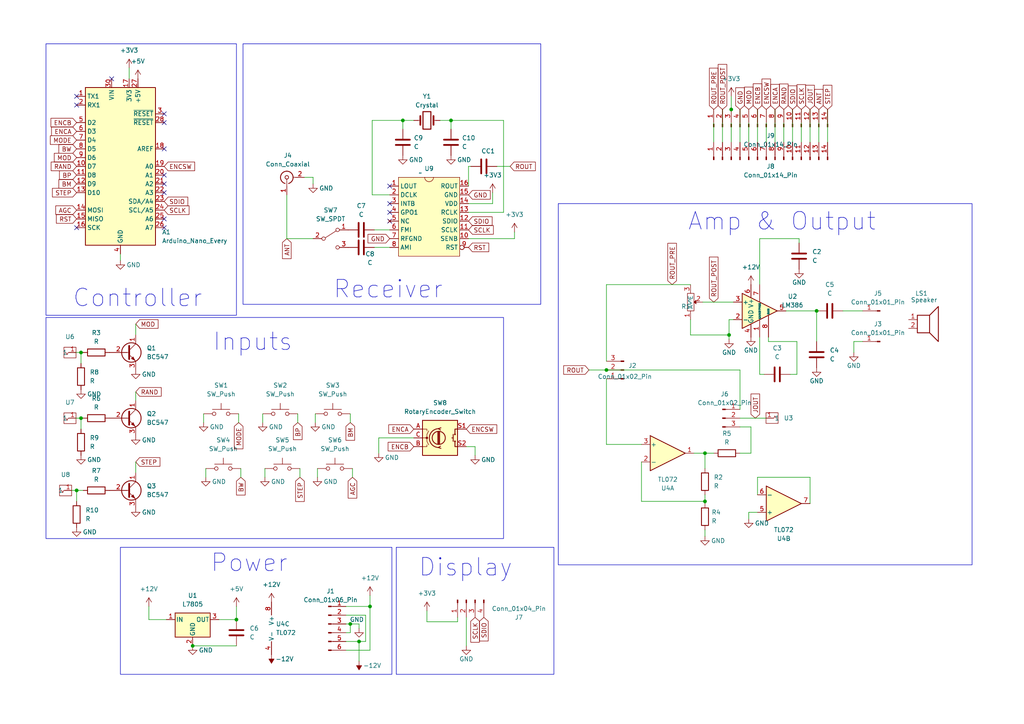
<source format=kicad_sch>
(kicad_sch (version 20230121) (generator eeschema)
  (paper "A4")
  (lib_symbols
    (symbol "Amplifier_Audio:LM386" (pin_names (offset 0.127))
      (property "Reference" "U" (at 1.27 7.62 0))
      (property "Value" "LM386" (at 1.27 5.08 0))
      (symbol "LM386_1_1"
        (pin input line (at 0 -7.62 90) (length 5.08) (name "GAIN") (number "1"))
        (pin input line (at -7.62 -2.54 0) (length 2.54) (name "-") (number "2"))
        (pin input line (at -7.62 2.54 0) (length 2.54) (name "+") (number "3"))
        (pin power_in line (at -2.54 -7.62 90) (length 3.81) (name "GND") (number "4"))
        (pin output line (at 7.62 0 180) (length 2.54) (name "~") (number "5"))
        (pin power_in line (at -2.54 7.62 270) (length 3.81) (name "V+") (number "6"))
        (pin input line (at 0 7.62 270) (length 5.08) (name "BYPASS") (number "7"))
        (pin input line (at 2.54 -7.62 90) (length 6.35) (name "GAIN") (number "8"))
      )
    )
    (symbol "Amplifier_Operational:TL072" (pin_names (offset 0.127))
      (property "Reference" "U" (at 0 5.08 0))
      (property "Value" "TL072" (at 0 -5.08 0))
      (symbol "TL072_1_1"
        (pin output line (at 7.62 0 180) (length 2.54) (name "~") (number "1"))
        (pin input line (at -7.62 -2.54 0) (length 2.54) (name "-") (number "2"))
        (pin input line (at -7.62 2.54 0) (length 2.54) (name "+") (number "3"))
      )
      (symbol "TL072_2_1"
        (pin input line (at -7.62 2.54 0) (length 2.54) (name "+") (number "5"))
        (pin input line (at -7.62 -2.54 0) (length 2.54) (name "-") (number "6"))
        (pin output line (at 7.62 0 180) (length 2.54) (name "~") (number "7"))
      )
      (symbol "TL072_3_1"
        (pin power_in line (at -2.54 -7.62 90) (length 3.81) (name "V-") (number "4"))
        (pin power_in line (at -2.54 7.62 270) (length 3.81) (name "V+") (number "8"))
      )
    )
    (symbol "Connector:Conn_01x01_Pin" (pin_names (offset 1.016) hide)
      (property "Reference" "J" (at 0 2.54 0))
      (property "Value" "Conn_01x01_Pin" (at 0 -2.54 0))
      (symbol "Conn_01x01_Pin_1_1"
        (pin passive line (at 5.08 0 180) (length 3.81) (name "Pin_1") (number "1"))
      )
    )
    (symbol "Connector:Conn_01x03_Pin" (pin_names (offset 1.016) hide)
      (property "Reference" "J" (at 0 5.08 0))
      (property "Value" "Conn_01x03_Pin" (at 0 -5.08 0))
      (symbol "Conn_01x03_Pin_1_1"
        (pin passive line (at 5.08 2.54 180) (length 3.81) (name "Pin_1") (number "1"))
        (pin passive line (at 5.08 0 180) (length 3.81) (name "Pin_2") (number "2"))
        (pin passive line (at 5.08 -2.54 180) (length 3.81) (name "Pin_3") (number "3"))
      )
    )
    (symbol "Connector:Conn_01x04_Pin" (pin_names (offset 1.016) hide)
      (property "Reference" "J" (at 0 5.08 0))
      (property "Value" "Conn_01x04_Pin" (at 0 -7.62 0))
      (symbol "Conn_01x04_Pin_1_1"
        (pin passive line (at 5.08 2.54 180) (length 3.81) (name "Pin_1") (number "1"))
        (pin passive line (at 5.08 0 180) (length 3.81) (name "Pin_2") (number "2"))
        (pin passive line (at 5.08 -2.54 180) (length 3.81) (name "Pin_3") (number "3"))
        (pin passive line (at 5.08 -5.08 180) (length 3.81) (name "Pin_4") (number "4"))
      )
    )
    (symbol "Connector:Conn_01x06_Pin" (pin_names (offset 1.016) hide)
      (property "Reference" "J" (at 0 7.62 0))
      (property "Value" "Conn_01x06_Pin" (at 0 -10.16 0))
      (symbol "Conn_01x06_Pin_1_1"
        (pin passive line (at 5.08 5.08 180) (length 3.81) (name "Pin_1") (number "1"))
        (pin passive line (at 5.08 2.54 180) (length 3.81) (name "Pin_2") (number "2"))
        (pin passive line (at 5.08 0 180) (length 3.81) (name "Pin_3") (number "3"))
        (pin passive line (at 5.08 -2.54 180) (length 3.81) (name "Pin_4") (number "4"))
        (pin passive line (at 5.08 -5.08 180) (length 3.81) (name "Pin_5") (number "5"))
        (pin passive line (at 5.08 -7.62 180) (length 3.81) (name "Pin_6") (number "6"))
      )
    )
    (symbol "Connector:Conn_01x14_Pin" (pin_names (offset 1.016) hide)
      (property "Reference" "J" (at 0 17.78 0))
      (property "Value" "Conn_01x14_Pin" (at 0 -20.32 0))
      (symbol "Conn_01x14_Pin_1_1"
        (pin passive line (at 5.08 15.24 180) (length 3.81) (name "Pin_1") (number "1"))
        (pin passive line (at 5.08 -7.62 180) (length 3.81) (name "Pin_10") (number "10"))
        (pin passive line (at 5.08 -10.16 180) (length 3.81) (name "Pin_11") (number "11"))
        (pin passive line (at 5.08 -12.7 180) (length 3.81) (name "Pin_12") (number "12"))
        (pin passive line (at 5.08 -15.24 180) (length 3.81) (name "Pin_13") (number "13"))
        (pin passive line (at 5.08 -17.78 180) (length 3.81) (name "Pin_14") (number "14"))
        (pin passive line (at 5.08 12.7 180) (length 3.81) (name "Pin_2") (number "2"))
        (pin passive line (at 5.08 10.16 180) (length 3.81) (name "Pin_3") (number "3"))
        (pin passive line (at 5.08 7.62 180) (length 3.81) (name "Pin_4") (number "4"))
        (pin passive line (at 5.08 5.08 180) (length 3.81) (name "Pin_5") (number "5"))
        (pin passive line (at 5.08 2.54 180) (length 3.81) (name "Pin_6") (number "6"))
        (pin passive line (at 5.08 0 180) (length 3.81) (name "Pin_7") (number "7"))
        (pin passive line (at 5.08 -2.54 180) (length 3.81) (name "Pin_8") (number "8"))
        (pin passive line (at 5.08 -5.08 180) (length 3.81) (name "Pin_9") (number "9"))
      )
    )
    (symbol "Connector:Conn_Coaxial" (pin_names (offset 1.016) hide)
      (property "Reference" "J" (at 0.254 3.048 0))
      (property "Value" "Conn_Coaxial" (at 2.921 0 90))
      (symbol "Conn_Coaxial_1_1"
        (pin passive line (at -5.08 0 0) (length 2.54) (name "In") (number "1"))
        (pin passive line (at 0 -5.08 90) (length 2.54) (name "Ext") (number "2"))
      )
    )
    (symbol "Device:C" (pin_numbers hide) (pin_names (offset 0.254))
      (property "Reference" "C" (at 0.635 2.54 0))
      (property "Value" "C" (at 0.635 -2.54 0))
      (symbol "C_1_1"
        (pin passive line (at 0 3.81 270) (length 2.794) (name "~") (number "1"))
        (pin passive line (at 0 -3.81 90) (length 2.794) (name "~") (number "2"))
      )
    )
    (symbol "Device:Crystal" (pin_numbers hide) (pin_names (offset 1.016) hide)
      (property "Reference" "Y" (at 0 3.81 0))
      (property "Value" "Crystal" (at 0 -3.81 0))
      (symbol "Crystal_1_1"
        (pin passive line (at -3.81 0 0) (length 1.27) (name "1") (number "1"))
        (pin passive line (at 3.81 0 180) (length 1.27) (name "2") (number "2"))
      )
    )
    (symbol "Device:R" (pin_numbers hide) (pin_names (offset 0))
      (property "Reference" "R" (at 2.032 0 90))
      (property "Value" "R" (at 0 0 90))
      (symbol "R_1_1"
        (pin passive line (at 0 3.81 270) (length 1.27) (name "~") (number "1"))
        (pin passive line (at 0 -3.81 90) (length 1.27) (name "~") (number "2"))
      )
    )
    (symbol "Device:RotaryEncoder_Switch" (pin_names (offset 0.254) hide)
      (property "Reference" "SW" (at 0 6.604 0))
      (property "Value" "RotaryEncoder_Switch" (at 0 -6.604 0))
      (symbol "RotaryEncoder_Switch_1_1"
        (pin passive line (at -7.62 2.54 0) (length 2.54) (name "A") (number "A"))
        (pin passive line (at -7.62 -2.54 0) (length 2.54) (name "B") (number "B"))
        (pin passive line (at -7.62 0 0) (length 2.54) (name "C") (number "C"))
        (pin passive line (at 7.62 2.54 180) (length 2.54) (name "S1") (number "S1"))
        (pin passive line (at 7.62 -2.54 180) (length 2.54) (name "S2") (number "S2"))
      )
    )
    (symbol "Device:Speaker" (pin_names (offset 0) hide)
      (property "Reference" "LS" (at 1.27 5.715 0))
      (property "Value" "Speaker" (at 1.27 3.81 0))
      (symbol "Speaker_1_1"
        (pin input line (at -5.08 0 0) (length 2.54) (name "1") (number "1"))
        (pin input line (at -5.08 -2.54 0) (length 2.54) (name "2") (number "2"))
      )
    )
    (symbol "HEJ:AlpsPot"
      (property "Reference" "R" (at -2.794 1.27 0))
      (symbol "AlpsPot_1_1"
        (pin passive line (at 0 -5.08 90) (length 2.54) (name "A") (number "1"))
        (pin passive line (at 3.556 0 180) (length 2.54) (name "S") (number "2"))
        (pin passive line (at 0 5.08 270) (length 2.54) (name "E") (number "3"))
      )
    )
    (symbol "HEJ:Aux_flush"
      (property "Reference" "U" (at -0.0508 5.3848 0))
      (symbol "Aux_flush_1_1"
        (pin bidirectional line (at 1.7272 0 180) (length 2) (name "1") (number "1"))
      )
    )
    (symbol "HEJ:SI4732"
      (property "Reference" "U" (at 0 6.35 0))
      (symbol "SI4732_1_1"
        (pin input line (at -11.43 1.27 0) (length 2.54) (name "LOUT") (number "1"))
        (pin input line (at 11.43 -13.97 180) (length 2.54) (name "SENB") (number "10"))
        (pin input line (at 11.43 -11.43 180) (length 2.54) (name "SCLK") (number "11"))
        (pin input line (at 11.43 -8.89 180) (length 2.54) (name "SDIO") (number "12"))
        (pin input line (at 11.43 -6.35 180) (length 2.54) (name "RCLK") (number "13"))
        (pin input line (at 11.43 -3.81 180) (length 2.54) (name "VDD") (number "14"))
        (pin input line (at 11.43 -1.27 180) (length 2.54) (name "GND") (number "15"))
        (pin input line (at 11.43 1.27 180) (length 2.54) (name "ROUT") (number "16"))
        (pin input line (at -11.43 -1.27 0) (length 2.54) (name "DCLK") (number "2"))
        (pin input line (at -11.43 -3.81 0) (length 2.54) (name "INTB") (number "3"))
        (pin input line (at -11.43 -6.35 0) (length 2.54) (name "GPO1") (number "4"))
        (pin no_connect line (at -11.43 -8.89 0) (length 2.54) (name "NC") (number "5"))
        (pin input line (at -11.43 -11.43 0) (length 2.54) (name "FMI") (number "6"))
        (pin input line (at -11.43 -13.97 0) (length 2.54) (name "RFGND") (number "7"))
        (pin input line (at -11.43 -16.51 0) (length 2.54) (name "AMI") (number "8"))
        (pin input inverted (at 11.43 -16.51 180) (length 2.54) (name "RST") (number "9"))
      )
    )
    (symbol "MCU_Module:Arduino_Nano_Every"
      (property "Reference" "A" (at -10.16 23.495 0))
      (property "Value" "Arduino_Nano_Every" (at 5.08 -24.13 0))
      (symbol "Arduino_Nano_Every_1_1"
        (pin bidirectional line (at -12.7 20.32 0) (length 2.54) (name "TX1") (number "1"))
        (pin bidirectional line (at -12.7 0 0) (length 2.54) (name "D7") (number "10"))
        (pin bidirectional line (at -12.7 -2.54 0) (length 2.54) (name "D8") (number "11"))
        (pin bidirectional line (at -12.7 -5.08 0) (length 2.54) (name "D9") (number "12"))
        (pin bidirectional line (at -12.7 -7.62 0) (length 2.54) (name "D10") (number "13"))
        (pin bidirectional line (at -12.7 -12.7 0) (length 2.54) (name "MOSI") (number "14"))
        (pin bidirectional line (at -12.7 -15.24 0) (length 2.54) (name "MISO") (number "15"))
        (pin bidirectional line (at -12.7 -17.78 0) (length 2.54) (name "SCK") (number "16"))
        (pin power_out line (at 2.54 25.4 270) (length 2.54) (name "3V3") (number "17"))
        (pin input line (at 12.7 5.08 180) (length 2.54) (name "AREF") (number "18"))
        (pin bidirectional line (at 12.7 0 180) (length 2.54) (name "A0") (number "19"))
        (pin bidirectional line (at -12.7 17.78 0) (length 2.54) (name "RX1") (number "2"))
        (pin bidirectional line (at 12.7 -2.54 180) (length 2.54) (name "A1") (number "20"))
        (pin bidirectional line (at 12.7 -5.08 180) (length 2.54) (name "A2") (number "21"))
        (pin bidirectional line (at 12.7 -7.62 180) (length 2.54) (name "A3") (number "22"))
        (pin bidirectional line (at 12.7 -10.16 180) (length 2.54) (name "SDA/A4") (number "23"))
        (pin bidirectional line (at 12.7 -12.7 180) (length 2.54) (name "SCL/A5") (number "24"))
        (pin bidirectional line (at 12.7 -15.24 180) (length 2.54) (name "A6") (number "25"))
        (pin bidirectional line (at 12.7 -17.78 180) (length 2.54) (name "A7") (number "26"))
        (pin power_out line (at 5.08 25.4 270) (length 2.54) (name "+5V") (number "27"))
        (pin input line (at 12.7 12.7 180) (length 2.54) (name "~{RESET}") (number "28"))
        (pin passive line (at 0 -25.4 90) (length 2.54) hide (name "GND") (number "29"))
        (pin input line (at 12.7 15.24 180) (length 2.54) (name "~{RESET}") (number "3"))
        (pin power_in line (at -2.54 25.4 270) (length 2.54) (name "VIN") (number "30"))
        (pin power_in line (at 0 -25.4 90) (length 2.54) (name "GND") (number "4"))
        (pin bidirectional line (at -12.7 12.7 0) (length 2.54) (name "D2") (number "5"))
        (pin bidirectional line (at -12.7 10.16 0) (length 2.54) (name "D3") (number "6"))
        (pin bidirectional line (at -12.7 7.62 0) (length 2.54) (name "D4") (number "7"))
        (pin bidirectional line (at -12.7 5.08 0) (length 2.54) (name "D5") (number "8"))
        (pin bidirectional line (at -12.7 2.54 0) (length 2.54) (name "D6") (number "9"))
      )
    )
    (symbol "Regulator_Linear:L7805" (pin_names (offset 0.254))
      (property "Reference" "U" (at -3.81 3.175 0))
      (property "Value" "L7805" (at 0 3.175 0))
      (symbol "L7805_1_1"
        (pin power_in line (at -7.62 0 0) (length 2.54) (name "IN") (number "1"))
        (pin power_in line (at 0 -7.62 90) (length 2.54) (name "GND") (number "2"))
        (pin power_out line (at 7.62 0 180) (length 2.54) (name "OUT") (number "3"))
      )
    )
    (symbol "Switch:SW_Push" (pin_numbers hide) (pin_names (offset 1.016) hide)
      (property "Reference" "SW" (at 1.27 2.54 0))
      (property "Value" "SW_Push" (at 0 -1.524 0))
      (symbol "SW_Push_0_1"
        (pin passive line (at -5.08 0 0) (length 2.54) (name "1") (number "1"))
        (pin passive line (at 5.08 0 180) (length 2.54) (name "2") (number "2"))
      )
    )
    (symbol "Switch:SW_SPDT" (pin_names (offset 0) hide)
      (property "Reference" "SW" (at 0 4.318 0))
      (property "Value" "SW_SPDT" (at 0 -5.08 0))
      (symbol "SW_SPDT_1_1"
        (pin passive line (at 5.08 2.54 180) (length 2.54) (name "A") (number "1"))
        (pin passive line (at -5.08 0 0) (length 2.54) (name "B") (number "2"))
        (pin passive line (at 5.08 -2.54 180) (length 2.54) (name "C") (number "3"))
      )
    )
    (symbol "Transistor_BJT:BC547" (pin_names (offset 0) hide)
      (property "Reference" "Q" (at 5.08 1.905 0))
      (property "Value" "BC547" (at 5.08 0 0))
      (symbol "BC547_1_1"
        (pin passive line (at 2.54 5.08 270) (length 2.54) (name "C") (number "1"))
        (pin input line (at -5.08 0 0) (length 5.08) (name "B") (number "2"))
        (pin passive line (at 2.54 -5.08 90) (length 2.54) (name "E") (number "3"))
      )
    )
    (symbol "power:+12V" (power) (pin_names (offset 0))
      (property "Value" "+12V" (at 0 3.556 0))
      (symbol "+12V_1_1"
        (pin power_in line (at 0 0 90) (length 0) hide (name "+12V") (number "1"))
      )
    )
    (symbol "power:+3V3" (power) (pin_names (offset 0))
      (property "Value" "+3V3" (at 0 3.556 0))
      (symbol "+3V3_1_1"
        (pin power_in line (at 0 0 90) (length 0) hide (name "+3V3") (number "1"))
      )
    )
    (symbol "power:+5V" (power) (pin_names (offset 0))
      (property "Value" "+5V" (at 0 3.556 0))
      (symbol "+5V_1_1"
        (pin power_in line (at 0 0 90) (length 0) hide (name "+5V") (number "1"))
      )
    )
    (symbol "power:-12V" (power) (pin_names (offset 0))
      (property "Value" "-12V" (at 0 3.81 0))
      (symbol "-12V_0_0"
        (pin power_in line (at 0 0 90) (length 0) hide (name "-12V") (number "1"))
      )
    )
    (symbol "power:GND" (power) (pin_names (offset 0))
      (property "Value" "GND" (at 0 -3.81 0))
      (symbol "GND_1_1"
        (pin power_in line (at 0 0 270) (length 0) hide (name "GND") (number "1"))
      )
    )
  )
  (junction (at 101.6 180.975))
  (junction (at 212.09 31.75))
  (junction (at 211.455 97.155))
  (junction (at 130.81 34.925))
  (junction (at 55.88 187.325))
  (junction (at 104.14 186.055))
  (junction (at 23.495 121.285))
  (junction (at 236.855 90.17))
  (junction (at 22.225 142.24))
  (junction (at 204.47 131.445))
  (junction (at 23.495 102.235))
  (junction (at 175.895 107.315))
  (junction (at 204.47 145.415))
  (junction (at 68.58 179.705))
  (junction (at 107.315 175.895))
  (junction (at 116.84 34.925))
  (no_connect (at 47.625 33.02))
  (no_connect (at 113.03 61.595))
  (no_connect (at 47.625 53.34))
  (no_connect (at 47.625 63.5))
  (no_connect (at 47.625 50.8))
  (no_connect (at 22.225 66.04))
  (no_connect (at 113.03 64.135))
  (no_connect (at 113.03 53.975))
  (no_connect (at 22.225 30.48))
  (no_connect (at 47.625 35.56))
  (no_connect (at 47.625 43.18))
  (no_connect (at 47.625 66.04))
  (no_connect (at 47.625 55.88))
  (no_connect (at 22.225 27.94))
  (no_connect (at 113.03 59.055))
  (no_connect (at 32.385 22.86))
  (wire (pts (xy 220.345 82.55) (xy 220.345 69.215)))
  (wire (pts (xy 92.075 138.43) (xy 92.075 135.89)))
  (wire (pts (xy 123.825 177.165) (xy 123.825 180.34)))
  (wire (pts (xy 43.18 179.705) (xy 43.18 175.895)))
  (wire (pts (xy 175.895 82.55) (xy 175.895 104.775)))
  (wire (pts (xy 211.455 97.155) (xy 211.455 92.71)))
  (wire (pts (xy 69.85 138.43) (xy 69.85 135.89)))
  (wire (pts (xy 175.895 82.55) (xy 200.279 82.55)))
  (wire (pts (xy 214.63 131.445) (xy 217.805 131.445)))
  (wire (pts (xy 101.6 122.555) (xy 101.6 120.015)))
  (wire (pts (xy 240.03 31.75) (xy 240.03 41.275)))
  (wire (pts (xy 214.63 31.75) (xy 214.63 41.275)))
  (wire (pts (xy 135.89 69.215) (xy 149.225 69.215)))
  (wire (pts (xy 219.71 143.51) (xy 219.71 138.43)))
  (wire (pts (xy 39.37 133.985) (xy 39.37 137.16)))
  (wire (pts (xy 48.26 179.705) (xy 43.18 179.705)))
  (wire (pts (xy 109.855 127) (xy 120.015 127)))
  (wire (pts (xy 20.7772 142.24) (xy 22.225 142.24)))
  (wire (pts (xy 55.88 187.325) (xy 68.58 187.325)))
  (wire (pts (xy 220.345 97.79) (xy 220.345 108.585)))
  (wire (pts (xy 234.95 138.43) (xy 234.95 146.05)))
  (wire (pts (xy 217.805 123.825) (xy 214.63 123.825)))
  (wire (pts (xy 220.345 69.215) (xy 231.775 69.215)))
  (wire (pts (xy 217.17 148.59) (xy 219.71 148.59)))
  (wire (pts (xy 219.71 31.75) (xy 219.71 41.275)))
  (wire (pts (xy 86.995 138.43) (xy 86.995 135.89)))
  (wire (pts (xy 127.635 34.925) (xy 130.81 34.925)))
  (wire (pts (xy 247.65 99.06) (xy 250.19 99.06)))
  (wire (pts (xy 231.14 99.06) (xy 231.14 108.585)))
  (wire (pts (xy 214.63 107.315) (xy 214.63 118.745)))
  (wire (pts (xy 91.44 122.555) (xy 91.44 120.015)))
  (wire (pts (xy 108.585 71.755) (xy 113.03 71.755)))
  (wire (pts (xy 142.875 55.88) (xy 142.875 59.055)))
  (wire (pts (xy 217.17 150.495) (xy 217.17 148.59)))
  (wire (pts (xy 113.03 56.515) (xy 107.95 56.515)))
  (wire (pts (xy 104.14 186.055) (xy 104.14 191.77)))
  (wire (pts (xy 137.795 132.08) (xy 137.795 129.54)))
  (wire (pts (xy 222.885 97.79) (xy 222.885 99.06)))
  (wire (pts (xy 109.855 131.445) (xy 109.855 127)))
  (wire (pts (xy 83.185 69.215) (xy 90.805 69.215)))
  (wire (pts (xy 217.17 31.75) (xy 217.17 41.275)))
  (wire (pts (xy 116.84 37.465) (xy 116.84 34.925)))
  (wire (pts (xy 231.775 69.215) (xy 231.775 70.485)))
  (wire (pts (xy 232.41 31.75) (xy 232.41 41.275)))
  (wire (pts (xy 175.895 109.855) (xy 175.895 128.905)))
  (wire (pts (xy 149.225 69.215) (xy 149.225 67.31)))
  (wire (pts (xy 106.045 186.055) (xy 104.14 186.055)))
  (wire (pts (xy 63.5 179.705) (xy 68.58 179.705)))
  (wire (pts (xy 23.495 121.285) (xy 24.13 121.285)))
  (wire (pts (xy 211.455 92.71) (xy 212.725 92.71)))
  (wire (pts (xy 146.05 34.925) (xy 130.81 34.925)))
  (wire (pts (xy 214.63 121.285) (xy 222.1738 121.285)))
  (wire (pts (xy 100.33 183.515) (xy 101.6 183.515)))
  (wire (pts (xy 237.49 31.75) (xy 237.49 41.275)))
  (wire (pts (xy 212.09 27.94) (xy 212.09 31.75)))
  (wire (pts (xy 207.01 131.445) (xy 204.47 131.445)))
  (wire (pts (xy 132.715 180.34) (xy 132.715 179.07)))
  (wire (pts (xy 116.84 34.925) (xy 120.015 34.925)))
  (wire (pts (xy 229.87 31.75) (xy 229.87 41.275)))
  (wire (pts (xy 227.33 31.75) (xy 227.33 41.275)))
  (wire (pts (xy 22.0472 121.285) (xy 23.495 121.285)))
  (wire (pts (xy 101.6 183.515) (xy 101.6 180.975)))
  (wire (pts (xy 76.2 122.555) (xy 76.2 120.015)))
  (wire (pts (xy 76.835 138.43) (xy 76.835 135.89)))
  (wire (pts (xy 104.14 182.245) (xy 104.14 180.975)))
  (wire (pts (xy 107.315 175.895) (xy 107.315 172.72)))
  (wire (pts (xy 59.055 122.555) (xy 59.055 120.015)))
  (wire (pts (xy 100.33 178.435) (xy 106.045 178.435)))
  (wire (pts (xy 100.33 188.595) (xy 107.315 188.595)))
  (wire (pts (xy 59.69 138.43) (xy 59.69 135.89)))
  (wire (pts (xy 22.225 142.24) (xy 24.13 142.24)))
  (wire (pts (xy 142.875 59.055) (xy 135.89 59.055)))
  (wire (pts (xy 217.805 131.445) (xy 217.805 123.825)))
  (wire (pts (xy 22.225 145.415) (xy 22.225 142.24)))
  (wire (pts (xy 108.585 66.675) (xy 113.03 66.675)))
  (wire (pts (xy 90.805 53.34) (xy 90.805 51.435)))
  (wire (pts (xy 86.36 122.555) (xy 86.36 120.015)))
  (wire (pts (xy 107.95 34.925) (xy 116.84 34.925)))
  (wire (pts (xy 137.795 129.54) (xy 135.255 129.54)))
  (wire (pts (xy 100.33 175.895) (xy 107.315 175.895)))
  (wire (pts (xy 204.47 155.575) (xy 204.47 153.67)))
  (wire (pts (xy 130.81 34.925) (xy 130.81 37.465)))
  (wire (pts (xy 227.965 90.17) (xy 236.855 90.17)))
  (wire (pts (xy 135.255 187.325) (xy 135.255 179.07)))
  (wire (pts (xy 69.215 122.555) (xy 69.215 120.015)))
  (wire (pts (xy 234.95 31.75) (xy 234.95 41.275)))
  (wire (pts (xy 107.315 188.595) (xy 107.315 175.895)))
  (wire (pts (xy 23.495 105.41) (xy 23.495 102.235)))
  (wire (pts (xy 186.055 145.415) (xy 204.47 145.415)))
  (wire (pts (xy 175.895 107.315) (xy 214.63 107.315)))
  (wire (pts (xy 224.79 31.75) (xy 224.79 41.275)))
  (wire (pts (xy 23.495 124.46) (xy 23.495 121.285)))
  (wire (pts (xy 102.235 138.43) (xy 102.235 135.89)))
  (wire (pts (xy 211.455 98.425) (xy 211.455 97.155)))
  (wire (pts (xy 23.495 102.235) (xy 24.13 102.235)))
  (wire (pts (xy 39.37 113.665) (xy 39.37 116.205)))
  (wire (pts (xy 135.89 61.595) (xy 146.05 61.595)))
  (wire (pts (xy 204.47 135.89) (xy 204.47 131.445)))
  (wire (pts (xy 175.895 128.905) (xy 186.055 128.905)))
  (wire (pts (xy 170.815 107.315) (xy 175.895 107.315)))
  (wire (pts (xy 37.465 19.685) (xy 37.465 22.86)))
  (wire (pts (xy 135.89 48.26) (xy 136.525 48.26)))
  (wire (pts (xy 207.01 31.75) (xy 207.01 41.275)))
  (wire (pts (xy 231.14 108.585) (xy 229.235 108.585)))
  (wire (pts (xy 236.855 90.17) (xy 236.855 99.06)))
  (wire (pts (xy 22.0472 102.235) (xy 23.495 102.235)))
  (wire (pts (xy 135.89 53.975) (xy 135.89 48.26)))
  (wire (pts (xy 83.185 56.515) (xy 83.185 69.215)))
  (wire (pts (xy 34.925 73.66) (xy 34.925 75.565)))
  (wire (pts (xy 222.25 31.75) (xy 222.25 41.275)))
  (wire (pts (xy 106.045 178.435) (xy 106.045 186.055)))
  (wire (pts (xy 144.145 48.26) (xy 147.955 48.26)))
  (wire (pts (xy 204.47 143.51) (xy 204.47 145.415)))
  (wire (pts (xy 244.475 90.17) (xy 250.19 90.17)))
  (wire (pts (xy 247.65 102.235) (xy 247.65 99.06)))
  (wire (pts (xy 101.6 180.975) (xy 104.14 180.975)))
  (wire (pts (xy 146.05 61.595) (xy 146.05 34.925)))
  (wire (pts (xy 201.295 131.445) (xy 204.47 131.445)))
  (wire (pts (xy 220.345 108.585) (xy 221.615 108.585)))
  (wire (pts (xy 104.14 186.055) (xy 100.33 186.055)))
  (wire (pts (xy 101.6 180.975) (xy 100.33 180.975)))
  (wire (pts (xy 212.09 31.75) (xy 212.09 41.275)))
  (wire (pts (xy 204.47 146.05) (xy 204.47 145.415)))
  (wire (pts (xy 123.825 180.34) (xy 132.715 180.34)))
  (wire (pts (xy 222.885 99.06) (xy 231.14 99.06)))
  (wire (pts (xy 186.055 145.415) (xy 186.055 133.985)))
  (wire (pts (xy 219.71 138.43) (xy 234.95 138.43)))
  (wire (pts (xy 90.805 51.435) (xy 88.265 51.435)))
  (wire (pts (xy 68.58 179.705) (xy 68.58 175.895)))
  (wire (pts (xy 211.455 97.155) (xy 200.279 97.155)))
  (wire (pts (xy 209.55 31.75) (xy 209.55 41.275)))
  (wire (pts (xy 107.95 56.515) (xy 107.95 34.925)))
  (wire (pts (xy 39.37 93.98) (xy 39.37 97.155)))
  (wire (pts (xy 200.279 97.155) (xy 200.279 92.71)))
  (wire (pts (xy 203.835 87.63) (xy 212.725 87.63)))
  (rectangle (start 34.925 158.75) (end 113.665 195.58))
  (rectangle (start 13.335 12.7) (end 68.58 91.44))
  (rectangle (start 13.335 92.075) (end 146.05 156.21))
  (rectangle (start 114.935 158.75) (end 160.655 195.58))
  (rectangle (start 161.925 59.055) (end 281.94 163.83))
  (rectangle (start 70.485 12.7) (end 156.845 88.265))
  (text "Amp & Output" (at 199.39 67.31 0) (effects (font (size 5.08 5.08)) (justify left bottom)))
  (text "Controller\n" (at 20.955 89.535 0) (effects (font (size 5.08 5.08)) (justify left bottom)))
  (text "Power\n" (at 60.96 166.37 0) (effects (font (size 5.08 5.08)) (justify left bottom)))
  (text "Display\n" (at 121.285 167.64 0) (effects (font (size 5.08 5.08)) (justify left bottom)))
  (text "Inputs" (at 61.595 102.235 0) (effects (font (size 5.08 5.08)) (justify left bottom)))
  (text "Receiver\n" (at 96.52 86.995 0) (effects (font (size 5.08 5.08)) (justify left bottom)))
  (global_label "AGC" (shape input) (at 102.235 138.43 270) (property "Intersheetrefs" "${INTERSHEET_REFS}" (effects hide)))
  (global_label "MODE" (shape input) (at 69.215 122.555 270) (property "Intersheetrefs" "${INTERSHEET_REFS}" (effects hide)))
  (global_label "MODE" (shape input) (at 22.225 40.64 180) (property "Intersheetrefs" "${INTERSHEET_REFS}" (effects hide)))
  (global_label "ENCA" (shape input) (at 224.79 31.75 90) (property "Intersheetrefs" "${INTERSHEET_REFS}" (effects hide)))
  (global_label "RAND" (shape input) (at 22.225 48.26 180) (property "Intersheetrefs" "${INTERSHEET_REFS}" (effects hide)))
  (global_label "ENCSW" (shape input) (at 47.625 48.26 0) (property "Intersheetrefs" "${INTERSHEET_REFS}" (effects hide)))
  (global_label "ANT" (shape input) (at 83.185 69.215 270) (property "Intersheetrefs" "${INTERSHEET_REFS}" (effects hide)))
  (global_label "SDIO" (shape input) (at 47.625 58.42 0) (property "Intersheetrefs" "${INTERSHEET_REFS}" (effects hide)))
  (global_label "ENCB" (shape input) (at 22.225 35.56 180) (property "Intersheetrefs" "${INTERSHEET_REFS}" (effects hide)))
  (global_label "BW" (shape input) (at 22.225 43.18 180) (property "Intersheetrefs" "${INTERSHEET_REFS}" (effects hide)))
  (global_label "BP" (shape input) (at 22.225 50.8 180) (property "Intersheetrefs" "${INTERSHEET_REFS}" (effects hide)))
  (global_label "RAND" (shape input) (at 39.37 113.665 0) (property "Intersheetrefs" "${INTERSHEET_REFS}" (effects hide)))
  (global_label "ROUT_POST" (shape input) (at 209.55 31.75 90) (property "Intersheetrefs" "${INTERSHEET_REFS}" (effects hide)))
  (global_label "SCLK" (shape input) (at 137.795 179.07 270) (property "Intersheetrefs" "${INTERSHEET_REFS}" (effects hide)))
  (global_label "RST" (shape input) (at 22.225 63.5 180) (property "Intersheetrefs" "${INTERSHEET_REFS}" (effects hide)))
  (global_label "ROUT_PRE" (shape input) (at 207.01 31.75 90) (property "Intersheetrefs" "${INTERSHEET_REFS}" (effects hide)))
  (global_label "MOD" (shape input) (at 22.225 45.72 180) (property "Intersheetrefs" "${INTERSHEET_REFS}" (effects hide)))
  (global_label "SCLK" (shape input) (at 135.89 66.675 0) (property "Intersheetrefs" "${INTERSHEET_REFS}" (effects hide)))
  (global_label "STEP" (shape input) (at 39.37 133.985 0) (property "Intersheetrefs" "${INTERSHEET_REFS}" (effects hide)))
  (global_label "SDIO" (shape input) (at 229.87 31.75 90) (property "Intersheetrefs" "${INTERSHEET_REFS}" (effects hide)))
  (global_label "STEP" (shape input) (at 22.225 55.88 180) (property "Intersheetrefs" "${INTERSHEET_REFS}" (effects hide)))
  (global_label "ENCB" (shape input) (at 219.71 31.75 90) (property "Intersheetrefs" "${INTERSHEET_REFS}" (effects hide)))
  (global_label "ENCSW" (shape input) (at 222.25 31.75 90) (property "Intersheetrefs" "${INTERSHEET_REFS}" (effects hide)))
  (global_label "ENCA" (shape input) (at 120.015 124.46 180) (property "Intersheetrefs" "${INTERSHEET_REFS}" (effects hide)))
  (global_label "JOUT" (shape input) (at 219.075 121.285 90) (property "Intersheetrefs" "${INTERSHEET_REFS}" (effects hide)))
  (global_label "SDIO" (shape input) (at 135.89 64.135 0) (property "Intersheetrefs" "${INTERSHEET_REFS}" (effects hide)))
  (global_label "MOD" (shape input) (at 39.37 93.98 0) (property "Intersheetrefs" "${INTERSHEET_REFS}" (effects hide)))
  (global_label "MOD" (shape input) (at 217.17 31.75 90) (property "Intersheetrefs" "${INTERSHEET_REFS}" (effects hide)))
  (global_label "ENCA" (shape input) (at 22.225 38.1 180) (property "Intersheetrefs" "${INTERSHEET_REFS}" (effects hide)))
  (global_label "BM" (shape input) (at 22.225 53.34 180) (property "Intersheetrefs" "${INTERSHEET_REFS}" (effects hide)))
  (global_label "ANT" (shape input) (at 237.49 31.75 90) (property "Intersheetrefs" "${INTERSHEET_REFS}" (effects hide)))
  (global_label "ROUT_PRE" (shape input) (at 194.945 82.55 90) (property "Intersheetrefs" "${INTERSHEET_REFS}" (effects hide)))
  (global_label "ENCB" (shape input) (at 120.015 129.54 180) (property "Intersheetrefs" "${INTERSHEET_REFS}" (effects hide)))
  (global_label "BM" (shape input) (at 101.6 122.555 270) (property "Intersheetrefs" "${INTERSHEET_REFS}" (effects hide)))
  (global_label "ENCSW" (shape input) (at 135.255 124.46 0) (property "Intersheetrefs" "${INTERSHEET_REFS}" (effects hide)))
  (global_label "SDIO" (shape input) (at 140.335 179.07 270) (property "Intersheetrefs" "${INTERSHEET_REFS}" (effects hide)))
  (global_label "RST" (shape input) (at 135.89 71.755 0) (property "Intersheetrefs" "${INTERSHEET_REFS}" (effects hide)))
  (global_label "STEP" (shape input) (at 86.995 138.43 270) (property "Intersheetrefs" "${INTERSHEET_REFS}" (effects hide)))
  (global_label "RAND" (shape input) (at 227.33 31.75 90) (property "Intersheetrefs" "${INTERSHEET_REFS}" (effects hide)))
  (global_label "SCLK" (shape input) (at 232.41 31.75 90) (property "Intersheetrefs" "${INTERSHEET_REFS}" (effects hide)))
  (global_label "STEP" (shape input) (at 240.03 31.75 90) (property "Intersheetrefs" "${INTERSHEET_REFS}" (effects hide)))
  (global_label "SCLK" (shape input) (at 47.625 60.96 0) (property "Intersheetrefs" "${INTERSHEET_REFS}" (effects hide)))
  (global_label "BW" (shape input) (at 69.85 138.43 270) (property "Intersheetrefs" "${INTERSHEET_REFS}" (effects hide)))
  (global_label "BP" (shape input) (at 86.36 122.555 270) (property "Intersheetrefs" "${INTERSHEET_REFS}" (effects hide)))
  (global_label "GND" (shape input) (at 113.03 69.215 180) (property "Intersheetrefs" "${INTERSHEET_REFS}" (effects hide)))
  (global_label "ROUT" (shape input) (at 170.815 107.315 180) (property "Intersheetrefs" "${INTERSHEET_REFS}" (effects hide)))
  (global_label "AGC" (shape input) (at 22.225 60.96 180) (property "Intersheetrefs" "${INTERSHEET_REFS}" (effects hide)))
  (global_label "GND" (shape input) (at 214.63 31.75 90) (property "Intersheetrefs" "${INTERSHEET_REFS}" (effects hide)))
  (global_label "ROUT_POST" (shape input) (at 207.01 87.63 90) (property "Intersheetrefs" "${INTERSHEET_REFS}" (effects hide)))
  (global_label "ROUT" (shape input) (at 147.955 48.26 0) (property "Intersheetrefs" "${INTERSHEET_REFS}" (effects hide)))
  (global_label "JOUT" (shape input) (at 234.95 31.75 90) (property "Intersheetrefs" "${INTERSHEET_REFS}" (effects hide)))
  (global_label "GND" (shape input) (at 135.89 56.515 0) (property "Intersheetrefs" "${INTERSHEET_REFS}" (effects hide)))
  (symbol (lib_id "HEJ:Aux_flush") (at 19.05 142.24 0) (unit 1)
    (property "Reference" "U8" (at 19.0246 137.668 0))
    (property "Value" "Aux_flush" (effects hide))
    (property "Footprint" "Library:aux_flush" (effects hide))
  )
  (symbol (lib_id "Device:C") (at 236.855 102.87 180) (unit 1)
    (property "Reference" "C4" (at 240.665 101.6 0) (effects (justify right)))
    (property "Value" "C" (at 240.665 104.14 0) (effects (justify right)))
    (property "Footprint" "Capacitor_THT:C_Rect_L9.0mm_W2.5mm_P7.50mm_MKT" (effects hide))
  )
  (symbol (lib_id "Connector:Conn_01x03_Pin") (at 209.55 121.285 0) (unit 1)
    (property "Reference" "J6" (at 210.185 114.3 0))
    (property "Value" "Conn_01x02_Pin" (at 210.185 116.84 0))
    (property "Footprint" "Connector_PinHeader_2.54mm:PinHeader_1x03_P2.54mm_Vertical" (effects hide))
  )
  (symbol (lib_id "power:GND") (at 39.37 107.315 0) (unit 1)
    (property "Reference" "#PWR028" (effects hide))
    (property "Value" "GND" (at 43.18 108.585 0))
  )
  (symbol (lib_id "Amplifier_Operational:TL072") (at 193.675 131.445 0) (unit 1)
    (property "Reference" "U4" (at 193.675 141.605 0))
    (property "Value" "TL072" (at 193.675 139.065 0))
    (property "Footprint" "Package_DIP:DIP-8_W7.62mm" (effects hide))
    (property "Datasheet" "http://www.ti.com/lit/ds/symlink/tl071.pdf" (effects hide))
  )
  (symbol (lib_id "Amplifier_Audio:LM386") (at 220.345 90.17 0) (unit 1)
    (property "Reference" "U2" (at 229.87 85.9791 0))
    (property "Value" "LM386" (at 229.87 88.5191 0))
    (property "Footprint" "Package_DIP:DIP-8_W7.62mm" (effects hide))
    (property "Datasheet" "http://www.ti.com/lit/ds/symlink/lm386.pdf" (effects hide))
  )
  (symbol (lib_id "Connector:Conn_01x14_Pin") (at 222.25 36.83 90) (unit 1)
    (property "Reference" "J9" (at 223.52 39.37 90))
    (property "Value" "Conn_01x14_Pin" (at 223.52 41.91 90))
    (property "Footprint" "Connector_PinSocket_2.54mm:PinSocket_1x14_P2.54mm_Vertical" (effects hide))
  )
  (symbol (lib_id "Device:Crystal") (at 123.825 34.925 0) (unit 1)
    (property "Reference" "Y1" (at 123.825 27.94 0))
    (property "Value" "Crystal" (at 123.825 30.48 0))
    (property "Footprint" "Crystal:Crystal_DS26_D2.0mm_L6.0mm_Vertical" (effects hide))
  )
  (symbol (lib_id "Device:C") (at 130.81 41.275 0) (unit 1)
    (property "Reference" "C10" (at 133.985 40.005 0) (effects (justify left)))
    (property "Value" "C" (at 133.985 42.545 0) (effects (justify left)))
    (property "Footprint" "Capacitor_THT:C_Rect_L9.0mm_W2.5mm_P7.50mm_MKT" (effects hide))
  )
  (symbol (lib_id "power:GND") (at 90.805 53.34 0) (unit 1)
    (property "Reference" "#PWR015" (effects hide))
    (property "Value" "GND" (at 94.615 54.61 0))
  )
  (symbol (lib_id "Transistor_BJT:BC547") (at 36.83 121.285 0) (unit 1)
    (property "Reference" "Q2" (at 42.545 120.015 0) (effects (justify left)))
    (property "Value" "BC547" (at 42.545 122.555 0) (effects (justify left)))
    (property "Footprint" "Package_TO_SOT_THT:TO-92_Inline" (effects hide))
    (property "Datasheet" "https://www.onsemi.com/pub/Collateral/BC550-D.pdf" (effects hide))
  )
  (symbol (lib_id "power:GND") (at 236.855 106.68 0) (unit 1)
    (property "Reference" "#PWR012" (effects hide))
    (property "Value" "GND" (at 236.855 110.49 0))
  )
  (symbol (lib_id "power:GND") (at 104.14 182.245 0) (unit 1)
    (property "Reference" "#PWR034" (effects hide))
    (property "Value" "GND" (at 103.505 179.705 0))
  )
  (symbol (lib_id "power:+12V") (at 107.315 172.72 0) (unit 1)
    (property "Reference" "#PWR032" (effects hide))
    (property "Value" "+12V" (at 107.315 167.64 0))
  )
  (symbol (lib_id "Device:R") (at 210.82 131.445 90) (unit 1)
    (property "Reference" "R5" (at 210.82 125.73 90))
    (property "Value" "R" (at 210.82 128.27 90))
    (property "Footprint" "Resistor_THT:R_Axial_DIN0204_L3.6mm_D1.6mm_P7.62mm_Horizontal" (effects hide))
  )
  (symbol (lib_id "power:GND") (at 137.795 132.08 0) (unit 1)
    (property "Reference" "#PWR026" (effects hide))
    (property "Value" "GND" (at 141.605 133.35 0))
  )
  (symbol (lib_id "Device:C") (at 140.335 48.26 90) (unit 1)
    (property "Reference" "C1" (at 142.24 43.815 90))
    (property "Value" "C" (at 140.335 43.815 90))
    (property "Footprint" "Capacitor_THT:C_Rect_L9.0mm_W2.5mm_P7.50mm_MKT" (effects hide))
  )
  (symbol (lib_id "power:GND") (at 34.925 75.565 0) (unit 1)
    (property "Reference" "#PWR019" (effects hide))
    (property "Value" "GND" (at 38.735 76.835 0))
  )
  (symbol (lib_id "Device:R") (at 22.225 149.225 180) (unit 1)
    (property "Reference" "R10" (at 24.765 147.955 0) (effects (justify right)))
    (property "Value" "R" (at 24.765 150.495 0) (effects (justify right)))
    (property "Footprint" "Resistor_THT:R_Axial_DIN0204_L3.6mm_D1.6mm_P7.62mm_Horizontal" (effects hide))
  )
  (symbol (lib_id "Connector:Conn_01x04_Pin") (at 135.255 173.99 90) (mirror x) (unit 1)
    (property "Reference" "J7" (at 150.495 179.07 90))
    (property "Value" "Conn_01x04_Pin" (at 150.495 176.53 90))
    (property "Footprint" "Connector_PinSocket_2.54mm:PinSocket_1x04_P2.54mm_Vertical" (effects hide))
  )
  (symbol (lib_id "Switch:SW_Push") (at 64.135 120.015 0) (unit 1)
    (property "Reference" "SW1" (at 64.135 111.76 0))
    (property "Value" "SW_Push" (at 64.135 114.3 0))
    (property "Footprint" "Connector_PinSocket_2.54mm:PinSocket_1x02_P2.54mm_Vertical" (effects hide))
  )
  (symbol (lib_id "power:GND") (at 247.65 102.235 0) (unit 1)
    (property "Reference" "#PWR07" (effects hide))
    (property "Value" "GND" (at 247.65 106.045 0))
  )
  (symbol (lib_id "Device:C") (at 68.58 183.515 0) (unit 1)
    (property "Reference" "C6" (at 72.39 182.245 0) (effects (justify left)))
    (property "Value" "C" (at 72.39 184.785 0) (effects (justify left)))
    (property "Footprint" "Capacitor_THT:C_Rect_L9.0mm_W2.5mm_P7.50mm_MKT" (effects hide))
  )
  (symbol (lib_id "power:GND") (at 211.455 98.425 0) (unit 1)
    (property "Reference" "#PWR010" (effects hide))
    (property "Value" "GND" (at 211.455 102.235 0))
  )
  (symbol (lib_id "HEJ:Aux_flush") (at 20.32 102.235 0) (unit 1)
    (property "Reference" "U6" (at 20.2946 97.663 0))
    (property "Value" "Aux_flush" (effects hide))
    (property "Footprint" "Library:aux_flush" (effects hide))
  )
  (symbol (lib_id "HEJ:SI4732") (at 124.46 55.245 0) (unit 1)
    (property "Reference" "U9" (at 124.46 48.895 0))
    (property "Value" "~" (at 121.92 50.165 0))
    (property "Footprint" "Package_SO:SOIC-16_4.55x10.3mm_P1.27mm" (effects hide))
  )
  (symbol (lib_id "Device:C") (at 104.775 71.755 270) (unit 1)
    (property "Reference" "C8" (at 107.315 73.66 90))
    (property "Value" "C" (at 107.315 76.2 90))
    (property "Footprint" "Capacitor_THT:C_Rect_L9.0mm_W2.5mm_P7.50mm_MKT" (effects hide))
  )
  (symbol (lib_id "HEJ:AlpsPot") (at 200.279 87.63 0) (unit 1)
    (property "Reference" "R1" (at 200.279 88.9 0) (effects (justify right)))
    (property "Value" "AlpsPot" (effects hide))
    (property "Footprint" "pretties:AlpsPot" (effects hide))
  )
  (symbol (lib_id "MCU_Module:Arduino_Nano_Every") (at 34.925 48.26 0) (unit 1)
    (property "Reference" "A1" (at 46.99 67.31 0) (effects (justify left)))
    (property "Value" "Arduino_Nano_Every" (at 46.99 69.85 0) (effects (justify left)))
    (property "Footprint" "Module:Arduino_Nano" (effects hide))
    (property "Datasheet" "https://content.arduino.cc/assets/NANOEveryV3.0_sch.pdf" (effects hide))
  )
  (symbol (lib_id "power:+3V3") (at 37.465 19.685 0) (unit 1)
    (property "Reference" "#PWR05" (effects hide))
    (property "Value" "+3V3" (at 37.465 14.605 0))
  )
  (symbol (lib_id "power:GND") (at 23.495 132.08 0) (unit 1)
    (property "Reference" "#PWR040" (effects hide))
    (property "Value" "GND" (at 27.305 133.35 0))
  )
  (symbol (lib_id "Device:Speaker") (at 268.605 92.71 0) (unit 1)
    (property "Reference" "LS1" (at 265.43 85.09 0) (effects (justify left)))
    (property "Value" "Speaker" (at 264.16 86.995 0) (effects (justify left)))
  )
  (symbol (lib_id "Device:R") (at 27.94 142.24 90) (unit 1)
    (property "Reference" "R7" (at 27.94 136.525 90))
    (property "Value" "R" (at 27.94 139.065 90))
    (property "Footprint" "Resistor_THT:R_Axial_DIN0204_L3.6mm_D1.6mm_P7.62mm_Horizontal" (effects hide))
  )
  (symbol (lib_id "Amplifier_Operational:TL072") (at 81.28 182.245 0) (unit 3)
    (property "Reference" "U4" (at 80.01 180.975 0) (effects (justify left)))
    (property "Value" "TL072" (at 80.01 183.515 0) (effects (justify left)))
    (property "Footprint" "Package_DIP:DIP-8_W7.62mm" (effects hide))
    (property "Datasheet" "http://www.ti.com/lit/ds/symlink/tl071.pdf" (effects hide))
  )
  (symbol (lib_id "power:GND") (at 217.805 97.79 0) (unit 1)
    (property "Reference" "#PWR09" (effects hide))
    (property "Value" "GND" (at 217.805 101.6 0))
  )
  (symbol (lib_id "power:GND") (at 135.255 187.325 0) (unit 1)
    (property "Reference" "#PWR037" (effects hide))
    (property "Value" "GND" (at 135.255 191.135 0))
  )
  (symbol (lib_id "Device:C") (at 116.84 41.275 0) (unit 1)
    (property "Reference" "C9" (at 120.015 40.005 0) (effects (justify left)))
    (property "Value" "C" (at 120.015 42.545 0) (effects (justify left)))
    (property "Footprint" "Capacitor_THT:C_Rect_L9.0mm_W2.5mm_P7.50mm_MKT" (effects hide))
  )
  (symbol (lib_id "power:GND") (at 130.81 45.085 0) (unit 1)
    (property "Reference" "#PWR017" (effects hide))
    (property "Value" "GND" (at 134.62 46.355 0))
  )
  (symbol (lib_id "power:GND") (at 76.2 122.555 0) (unit 1)
    (property "Reference" "#PWR021" (effects hide))
    (property "Value" "GND" (at 80.01 123.825 0))
  )
  (symbol (lib_id "Device:R") (at 27.94 102.235 90) (unit 1)
    (property "Reference" "R3" (at 27.94 96.52 90))
    (property "Value" "R" (at 27.94 99.06 90))
    (property "Footprint" "Resistor_THT:R_Axial_DIN0204_L3.6mm_D1.6mm_P7.62mm_Horizontal" (effects hide))
  )
  (symbol (lib_id "power:GND") (at 59.055 122.555 0) (unit 1)
    (property "Reference" "#PWR020" (effects hide))
    (property "Value" "GND" (at 62.865 123.825 0))
  )
  (symbol (lib_id "Switch:SW_Push") (at 96.52 120.015 0) (unit 1)
    (property "Reference" "SW3" (at 96.52 111.76 0))
    (property "Value" "SW_Push" (at 96.52 114.3 0))
    (property "Footprint" "Connector_PinSocket_2.54mm:PinSocket_1x02_P2.54mm_Vertical" (effects hide))
  )
  (symbol (lib_id "Regulator_Linear:L7805") (at 55.88 179.705 0) (unit 1)
    (property "Reference" "U1" (at 55.88 172.72 0))
    (property "Value" "L7805" (at 55.88 175.26 0))
    (property "Footprint" "Package_TO_SOT_THT:TO-220-3_Vertical" (effects hide))
    (property "Datasheet" "http://www.st.com/content/ccc/resource/technical/document/datasheet/41/4f/b3/b0/12/d4/47/88/CD00000444.pdf/files/CD00000444.pdf/jcr:content/translations/en.CD00000444.pdf" (effects hide))
  )
  (symbol (lib_id "Switch:SW_Push") (at 81.915 135.89 0) (unit 1)
    (property "Reference" "SW5" (at 81.915 127.635 0))
    (property "Value" "SW_Push" (at 81.915 130.175 0))
    (property "Footprint" "Connector_PinSocket_2.54mm:PinSocket_1x02_P2.54mm_Vertical" (effects hide))
  )
  (symbol (lib_id "power:GND") (at 231.775 78.105 0) (unit 1)
    (property "Reference" "#PWR011" (effects hide))
    (property "Value" "GND" (at 231.775 81.915 0))
  )
  (symbol (lib_id "Switch:SW_Push") (at 81.28 120.015 0) (unit 1)
    (property "Reference" "SW2" (at 81.28 111.76 0))
    (property "Value" "SW_Push" (at 81.28 114.3 0))
    (property "Footprint" "Connector_PinSocket_2.54mm:PinSocket_1x02_P2.54mm_Vertical" (effects hide))
  )
  (symbol (lib_id "power:GND") (at 22.225 153.035 0) (unit 1)
    (property "Reference" "#PWR041" (effects hide))
    (property "Value" "GND" (at 26.035 154.305 0))
  )
  (symbol (lib_id "Device:R") (at 204.47 139.7 0) (unit 1)
    (property "Reference" "R2" (at 207.01 138.43 0) (effects (justify left)))
    (property "Value" "R" (at 207.01 140.97 0) (effects (justify left)))
    (property "Footprint" "Resistor_THT:R_Axial_DIN0204_L3.6mm_D1.6mm_P7.62mm_Horizontal" (effects hide))
  )
  (symbol (lib_id "power:GND") (at 59.69 138.43 0) (unit 1)
    (property "Reference" "#PWR023" (effects hide))
    (property "Value" "GND" (at 63.5 139.7 0))
  )
  (symbol (lib_id "power:GND") (at 91.44 122.555 0) (unit 1)
    (property "Reference" "#PWR022" (effects hide))
    (property "Value" "GND" (at 95.25 123.825 0))
  )
  (symbol (lib_id "power:+12V") (at 217.805 82.55 0) (unit 1)
    (property "Reference" "#PWR039" (effects hide))
    (property "Value" "+12V" (at 217.805 77.47 0))
  )
  (symbol (lib_id "Device:R") (at 23.495 109.22 180) (unit 1)
    (property "Reference" "R8" (at 26.035 107.95 0) (effects (justify right)))
    (property "Value" "R" (at 26.035 110.49 0) (effects (justify right)))
    (property "Footprint" "Resistor_THT:R_Axial_DIN0204_L3.6mm_D1.6mm_P7.62mm_Horizontal" (effects hide))
  )
  (symbol (lib_id "power:GND") (at 76.835 138.43 0) (unit 1)
    (property "Reference" "#PWR024" (effects hide))
    (property "Value" "GND" (at 80.645 139.7 0))
  )
  (symbol (lib_id "power:-12V") (at 104.14 191.77 180) (unit 1)
    (property "Reference" "#PWR033" (effects hide))
    (property "Value" "-12V" (at 107.95 193.04 0))
  )
  (symbol (lib_id "power:GND") (at 92.075 138.43 0) (unit 1)
    (property "Reference" "#PWR025" (effects hide))
    (property "Value" "GND" (at 95.885 139.7 0))
  )
  (symbol (lib_id "power:+12V") (at 78.74 174.625 0) (unit 1)
    (property "Reference" "#PWR031" (effects hide))
    (property "Value" "+12V" (at 78.74 169.545 0))
  )
  (symbol (lib_id "Device:C") (at 240.665 90.17 270) (unit 1)
    (property "Reference" "C5" (at 240.665 82.55 90))
    (property "Value" "C" (at 240.665 85.09 90))
    (property "Footprint" "Capacitor_THT:C_Rect_L9.0mm_W2.5mm_P7.50mm_MKT" (effects hide))
  )
  (symbol (lib_id "Device:C") (at 225.425 108.585 270) (unit 1)
    (property "Reference" "C3" (at 225.425 100.965 90))
    (property "Value" "C" (at 225.425 103.505 90))
    (property "Footprint" "Capacitor_THT:C_Rect_L9.0mm_W2.5mm_P7.50mm_MKT" (effects hide))
  )
  (symbol (lib_id "Switch:SW_SPDT") (at 95.885 69.215 0) (unit 1)
    (property "Reference" "SW7" (at 95.885 60.96 0))
    (property "Value" "SW_SPDT" (at 95.885 63.5 0))
  )
  (symbol (lib_id "power:+12V") (at 43.18 175.895 0) (unit 1)
    (property "Reference" "#PWR02" (effects hide))
    (property "Value" "+12V" (at 43.18 170.815 0))
  )
  (symbol (lib_id "HEJ:Aux_flush") (at 20.32 121.285 0) (unit 1)
    (property "Reference" "U7" (at 20.2946 116.713 0))
    (property "Value" "Aux_flush" (effects hide))
    (property "Footprint" "Library:aux_flush" (effects hide))
  )
  (symbol (lib_id "Device:R") (at 204.47 149.86 0) (unit 1)
    (property "Reference" "R4" (at 206.375 148.59 0) (effects (justify left)))
    (property "Value" "R" (at 206.375 151.13 0) (effects (justify left)))
    (property "Footprint" "Resistor_THT:R_Axial_DIN0204_L3.6mm_D1.6mm_P7.62mm_Horizontal" (effects hide))
  )
  (symbol (lib_id "power:+5V") (at 40.005 22.86 0) (unit 1)
    (property "Reference" "#PWR014" (effects hide))
    (property "Value" "+5V" (at 40.005 17.78 0))
  )
  (symbol (lib_id "Connector:Conn_01x14_Pin") (at 222.25 46.355 90) (unit 1)
    (property "Reference" "J8" (at 223.52 48.26 90))
    (property "Value" "Conn_01x14_Pin" (at 223.52 50.8 90))
    (property "Footprint" "Connector_PinHeader_2.54mm:PinHeader_1x14_P2.54mm_Vertical" (effects hide))
  )
  (symbol (lib_id "power:GND") (at 55.88 187.325 0) (unit 1)
    (property "Reference" "#PWR03" (effects hide))
    (property "Value" "GND" (at 59.69 188.595 0))
  )
  (symbol (lib_id "power:GND") (at 116.84 45.085 0) (unit 1)
    (property "Reference" "#PWR016" (effects hide))
    (property "Value" "GND" (at 120.65 46.355 0))
  )
  (symbol (lib_id "power:GND") (at 204.47 155.575 0) (unit 1)
    (property "Reference" "#PWR013" (effects hide))
    (property "Value" "GND" (at 208.28 156.845 0))
  )
  (symbol (lib_id "Amplifier_Operational:TL072") (at 227.33 146.05 0) (mirror x) (unit 2)
    (property "Reference" "U4" (at 227.33 156.21 0))
    (property "Value" "TL072" (at 227.33 153.67 0))
    (property "Footprint" "Package_DIP:DIP-8_W7.62mm" (effects hide))
    (property "Datasheet" "http://www.ti.com/lit/ds/symlink/tl071.pdf" (effects hide))
  )
  (symbol (lib_id "HEJ:Aux_flush") (at 223.901 121.285 180) (unit 1)
    (property "Reference" "U3" (at 227.33 121.2596 0) (effects (justify right)))
    (property "Value" "Aux_flush" (effects hide))
    (property "Footprint" "Library:aux_flush" (effects hide))
  )
  (symbol (lib_id "power:GND") (at 23.495 113.03 0) (unit 1)
    (property "Reference" "#PWR08" (effects hide))
    (property "Value" "GND" (at 27.305 114.3 0))
  )
  (symbol (lib_id "Device:R") (at 23.495 128.27 180) (unit 1)
    (property "Reference" "R9" (at 26.035 127 0) (effects (justify right)))
    (property "Value" "R" (at 26.035 129.54 0) (effects (justify right)))
    (property "Footprint" "Resistor_THT:R_Axial_DIN0204_L3.6mm_D1.6mm_P7.62mm_Horizontal" (effects hide))
  )
  (symbol (lib_id "power:+3V3") (at 123.825 177.165 0) (unit 1)
    (property "Reference" "#PWR036" (effects hide))
    (property "Value" "+3V3" (at 123.825 172.085 0))
  )
  (symbol (lib_id "Connector:Conn_01x01_Pin") (at 255.27 99.06 180) (unit 1)
    (property "Reference" "J3" (at 254.635 93.98 0))
    (property "Value" "Conn_01x01_Pin" (at 254.635 96.52 0))
    (property "Footprint" "Connector_PinSocket_2.54mm:PinSocket_1x01_P2.54mm_Vertical" (effects hide))
  )
  (symbol (lib_id "power:GND") (at 39.37 147.32 0) (unit 1)
    (property "Reference" "#PWR030" (effects hide))
    (property "Value" "GND" (at 43.18 148.59 0))
  )
  (symbol (lib_id "power:+3V3") (at 149.225 67.31 0) (unit 1)
    (property "Reference" "#PWR018" (effects hide))
    (property "Value" "+3V3" (at 149.225 62.23 0))
  )
  (symbol (lib_id "Connector:Conn_01x01_Pin") (at 255.27 90.17 180) (unit 1)
    (property "Reference" "J5" (at 254.635 85.09 0))
    (property "Value" "Conn_01x01_Pin" (at 254.635 87.63 0))
    (property "Footprint" "Connector_PinSocket_2.54mm:PinSocket_1x01_P2.54mm_Vertical" (effects hide))
  )
  (symbol (lib_id "Transistor_BJT:BC547") (at 36.83 102.235 0) (unit 1)
    (property "Reference" "Q1" (at 42.545 100.965 0) (effects (justify left)))
    (property "Value" "BC547" (at 42.545 103.505 0) (effects (justify left)))
    (property "Footprint" "Package_TO_SOT_THT:TO-92_Inline" (effects hide))
    (property "Datasheet" "https://www.onsemi.com/pub/Collateral/BC550-D.pdf" (effects hide))
  )
  (symbol (lib_id "power:GND") (at 39.37 126.365 0) (unit 1)
    (property "Reference" "#PWR029" (effects hide))
    (property "Value" "GND" (at 43.18 127.635 0))
  )
  (symbol (lib_id "Transistor_BJT:BC547") (at 36.83 142.24 0) (unit 1)
    (property "Reference" "Q3" (at 42.545 140.97 0) (effects (justify left)))
    (property "Value" "BC547" (at 42.545 143.51 0) (effects (justify left)))
    (property "Footprint" "Package_TO_SOT_THT:TO-92_Inline" (effects hide))
    (property "Datasheet" "https://www.onsemi.com/pub/Collateral/BC550-D.pdf" (effects hide))
  )
  (symbol (lib_id "power:GND") (at 217.17 150.495 0) (unit 1)
    (property "Reference" "#PWR035" (effects hide))
    (property "Value" "GND" (at 220.98 151.765 0))
  )
  (symbol (lib_id "Device:R") (at 27.94 121.285 90) (unit 1)
    (property "Reference" "R6" (at 27.94 115.57 90))
    (property "Value" "R" (at 27.94 118.11 90))
    (property "Footprint" "Resistor_THT:R_Axial_DIN0204_L3.6mm_D1.6mm_P7.62mm_Horizontal" (effects hide))
  )
  (symbol (lib_id "Device:C") (at 104.775 66.675 270) (unit 1)
    (property "Reference" "C7" (at 104.775 59.69 90))
    (property "Value" "C" (at 104.775 62.23 90))
    (property "Footprint" "Capacitor_THT:C_Rect_L9.0mm_W2.5mm_P7.50mm_MKT" (effects hide))
  )
  (symbol (lib_id "Switch:SW_Push") (at 64.77 135.89 0) (unit 1)
    (property "Reference" "SW4" (at 64.77 127.635 0))
    (property "Value" "SW_Push" (at 64.77 130.175 0))
    (property "Footprint" "Connector_PinSocket_2.54mm:PinSocket_1x02_P2.54mm_Vertical" (effects hide))
  )
  (symbol (lib_id "power:GND") (at 109.855 131.445 0) (unit 1)
    (property "Reference" "#PWR027" (effects hide))
    (property "Value" "GND" (at 113.665 132.715 0))
  )
  (symbol (lib_id "Switch:SW_Push") (at 97.155 135.89 0) (unit 1)
    (property "Reference" "SW6" (at 97.155 127.635 0))
    (property "Value" "SW_Push" (at 97.155 130.175 0))
    (property "Footprint" "Connector_PinSocket_2.54mm:PinSocket_1x02_P2.54mm_Vertical" (effects hide))
  )
  (symbol (lib_id "power:+3V3") (at 142.875 55.88 0) (unit 1)
    (property "Reference" "#PWR06" (effects hide))
    (property "Value" "+3V3" (at 142.875 50.8 0))
  )
  (symbol (lib_id "Device:RotaryEncoder_Switch") (at 127.635 127 0) (unit 1)
    (property "Reference" "SW8" (at 127.635 116.84 0))
    (property "Value" "RotaryEncoder_Switch" (at 127.635 119.38 0))
    (property "Footprint" "Rotary_Encoder:RotaryEncoder_Alps_EC11E-Switch_Vertical_H20mm" (effects hide))
  )
  (symbol (lib_id "power:+3V3") (at 212.09 27.94 0) (unit 1)
    (property "Reference" "#PWR038" (effects hide))
    (property "Value" "+3V3" (at 212.09 22.86 0))
  )
  (symbol (lib_id "power:+5V") (at 68.58 175.895 0) (unit 1)
    (property "Reference" "#PWR04" (effects hide))
    (property "Value" "+5V" (at 68.58 170.815 0))
  )
  (symbol (lib_id "Connector:Conn_01x06_Pin") (at 95.25 180.975 0) (unit 1)
    (property "Reference" "J1" (at 95.885 171.45 0))
    (property "Value" "Conn_01x06_Pin" (at 95.885 173.99 0))
    (property "Footprint" "Connector_PinHeader_2.54mm:PinHeader_1x06_P2.54mm_Vertical" (effects hide))
  )
  (symbol (lib_id "power:-12V") (at 78.74 189.865 180) (unit 1)
    (property "Reference" "#PWR01" (effects hide))
    (property "Value" "-12V" (at 82.55 191.135 0))
  )
  (symbol (lib_id "Connector:Conn_01x03_Pin") (at 180.975 107.315 180) (unit 1)
    (property "Reference" "J2" (at 182.245 106.045 0) (effects (justify right)))
    (property "Value" "Conn_01x02_Pin" (at 173.355 109.22 0) (effects (justify right)))
    (property "Footprint" "Connector_PinHeader_2.54mm:PinHeader_1x03_P2.54mm_Vertical" (effects hide))
  )
  (symbol (lib_id "Connector:Conn_Coaxial") (at 83.185 51.435 90) (unit 1)
    (property "Reference" "J4" (at 83.4782 45.085 90))
    (property "Value" "Conn_Coaxial" (at 83.4782 47.625 90))
    (property "Footprint" "Connector_Coaxial:BNC_TEConnectivity_1478035_Horizontal" (effects hide))
    (property "Datasheet" " ~" (effects hide))
  )
  (symbol (lib_id "Device:C") (at 231.775 74.295 180) (unit 1)
    (property "Reference" "C2" (at 235.585 73.025 0) (effects (justify right)))
    (property "Value" "C" (at 235.585 75.565 0) (effects (justify right)))
    (property "Footprint" "Capacitor_THT:C_Rect_L9.0mm_W2.5mm_P7.50mm_MKT" (effects hide))
  )
)
</source>
